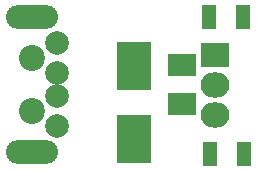
<source format=gbs>
G04 #@! TF.FileFunction,Soldermask,Bot*
%FSLAX46Y46*%
G04 Gerber Fmt 4.6, Leading zero omitted, Abs format (unit mm)*
G04 Created by KiCad (PCBNEW 4.0.4+e1-6308~48~ubuntu16.04.1-stable) date Mon Dec 19 21:24:52 2016*
%MOMM*%
%LPD*%
G01*
G04 APERTURE LIST*
%ADD10C,0.100000*%
%ADD11R,2.900000X4.150000*%
%ADD12R,1.300000X2.100000*%
%ADD13R,2.432000X1.924000*%
%ADD14O,4.400000X2.000000*%
%ADD15C,2.200000*%
%ADD16C,2.000000*%
%ADD17R,2.432000X2.127200*%
%ADD18O,2.432000X2.127200*%
G04 APERTURE END LIST*
D10*
D11*
X11136000Y2941000D03*
X11136000Y9191000D03*
D12*
X20460000Y1748000D03*
X17560000Y1748000D03*
X20350000Y13350000D03*
X17450000Y13350000D03*
D13*
X15200000Y9241000D03*
X15200000Y5939000D03*
D14*
X2500000Y1890000D03*
X2500000Y13290000D03*
D15*
X2500000Y5340000D03*
X2500000Y9840000D03*
D16*
X4600000Y6590000D03*
X4600000Y8590000D03*
X4600000Y4090000D03*
X4600000Y11090000D03*
D17*
X17994000Y10130000D03*
D18*
X17994000Y7590000D03*
X17994000Y5050000D03*
M02*

</source>
